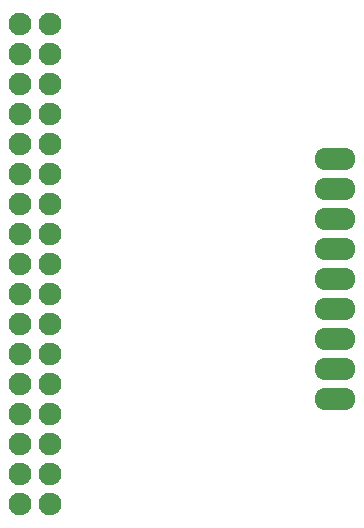
<source format=gbr>
G04 #@! TF.FileFunction,Soldermask,Bot*
%FSLAX46Y46*%
G04 Gerber Fmt 4.6, Leading zero omitted, Abs format (unit mm)*
G04 Created by KiCad (PCBNEW 4.0.4-stable) date 02/13/17 09:14:57*
%MOMM*%
%LPD*%
G01*
G04 APERTURE LIST*
%ADD10C,0.100000*%
%ADD11O,3.448000X1.924000*%
%ADD12C,1.930000*%
G04 APERTURE END LIST*
D10*
D11*
X158826100Y-117063600D03*
X158826100Y-114523600D03*
X158826100Y-111983600D03*
X158826100Y-109443600D03*
X158826100Y-106903600D03*
X158826100Y-104363600D03*
X158826100Y-101823600D03*
X158826100Y-99283600D03*
X158826100Y-96743600D03*
D12*
X134696100Y-125953600D03*
X132156100Y-125953600D03*
X134696100Y-123413600D03*
X132156100Y-123413600D03*
X134696100Y-120873600D03*
X132156100Y-120873600D03*
X134696100Y-118333600D03*
X132156100Y-118333600D03*
X134696100Y-115793600D03*
X132156100Y-115793600D03*
X134696100Y-113253600D03*
X132156100Y-113253600D03*
X134696100Y-110713600D03*
X132156100Y-110713600D03*
X134696100Y-108173600D03*
X132156100Y-108173600D03*
X134696100Y-105633600D03*
X132156100Y-105633600D03*
X134696100Y-103093600D03*
X132156100Y-103093600D03*
X134696100Y-100553600D03*
X132156100Y-100553600D03*
X134696100Y-98013600D03*
X132156100Y-98013600D03*
X134696100Y-95473600D03*
X132156100Y-95473600D03*
X134696100Y-92933600D03*
X132156100Y-92933600D03*
X134696100Y-90393600D03*
X132156100Y-90393600D03*
X134696100Y-87853600D03*
X132156100Y-87853600D03*
X134696100Y-85313600D03*
X132156100Y-85313600D03*
M02*

</source>
